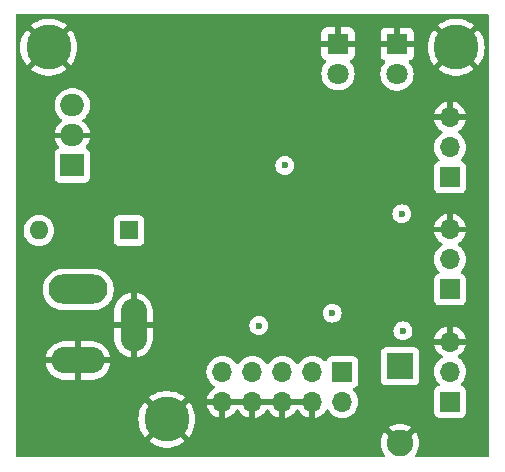
<source format=gbr>
%TF.GenerationSoftware,KiCad,Pcbnew,8.0.6*%
%TF.CreationDate,2024-11-05T10:52:09-07:00*%
%TF.ProjectId,ProjectPCB,50726f6a-6563-4745-9043-422e6b696361,rev?*%
%TF.SameCoordinates,Original*%
%TF.FileFunction,Copper,L2,Inr*%
%TF.FilePolarity,Positive*%
%FSLAX46Y46*%
G04 Gerber Fmt 4.6, Leading zero omitted, Abs format (unit mm)*
G04 Created by KiCad (PCBNEW 8.0.6) date 2024-11-05 10:52:09*
%MOMM*%
%LPD*%
G01*
G04 APERTURE LIST*
%TA.AperFunction,ComponentPad*%
%ADD10C,3.800000*%
%TD*%
%TA.AperFunction,ComponentPad*%
%ADD11O,5.000000X2.500000*%
%TD*%
%TA.AperFunction,ComponentPad*%
%ADD12O,4.500000X2.250000*%
%TD*%
%TA.AperFunction,ComponentPad*%
%ADD13O,2.250000X4.500000*%
%TD*%
%TA.AperFunction,ComponentPad*%
%ADD14R,1.700000X1.700000*%
%TD*%
%TA.AperFunction,ComponentPad*%
%ADD15O,1.700000X1.700000*%
%TD*%
%TA.AperFunction,ComponentPad*%
%ADD16R,2.250000X2.250000*%
%TD*%
%TA.AperFunction,ComponentPad*%
%ADD17C,2.250000*%
%TD*%
%TA.AperFunction,ComponentPad*%
%ADD18R,1.600000X1.600000*%
%TD*%
%TA.AperFunction,ComponentPad*%
%ADD19O,1.600000X1.600000*%
%TD*%
%TA.AperFunction,ComponentPad*%
%ADD20O,2.000000X1.905000*%
%TD*%
%TA.AperFunction,ComponentPad*%
%ADD21R,2.000000X1.905000*%
%TD*%
%TA.AperFunction,ComponentPad*%
%ADD22R,1.800000X1.800000*%
%TD*%
%TA.AperFunction,ComponentPad*%
%ADD23C,1.800000*%
%TD*%
%TA.AperFunction,ViaPad*%
%ADD24C,0.600000*%
%TD*%
G04 APERTURE END LIST*
D10*
%TO.N,GND*%
%TO.C,H3*%
X133500000Y-117000000D03*
%TD*%
%TO.N,GND*%
%TO.C,H2*%
X123500000Y-85500000D03*
%TD*%
%TO.N,GND*%
%TO.C,H1*%
X158000000Y-85500000D03*
%TD*%
D11*
%TO.N,Net-(SW2-A)*%
%TO.C,J5*%
X126000000Y-106000000D03*
D12*
%TO.N,GND*%
X126000000Y-112000000D03*
D13*
X130700000Y-109000000D03*
%TD*%
D14*
%TO.N,Net-(J3-Pin_1)*%
%TO.C,J3*%
X157500000Y-106000000D03*
D15*
%TO.N,Net-(J3-Pin_2)*%
X157500000Y-103460000D03*
%TO.N,GND*%
X157500000Y-100920000D03*
%TD*%
D16*
%TO.N,Net-(J1-Pin_5)*%
%TO.C,SW1*%
X153250000Y-112500000D03*
D17*
%TO.N,GND*%
X153250000Y-119000000D03*
%TD*%
D18*
%TO.N,Net-(SW2-A)*%
%TO.C,SW2*%
X130300000Y-101000000D03*
D19*
%TO.N,Net-(SW2-B)*%
X122680000Y-101000000D03*
%TD*%
D14*
%TO.N,Net-(J1-Pin_1)*%
%TO.C,J1*%
X148375000Y-112975000D03*
D15*
%TO.N,+5V*%
X148375000Y-115515000D03*
%TO.N,unconnected-(J1-Pin_3-Pad3)*%
X145835000Y-112975000D03*
%TO.N,GND*%
X145835000Y-115515000D03*
%TO.N,Net-(J1-Pin_5)*%
X143295000Y-112975000D03*
%TO.N,GND*%
X143295000Y-115515000D03*
%TO.N,Net-(J1-Pin_7)*%
X140755000Y-112975000D03*
%TO.N,GND*%
X140755000Y-115515000D03*
%TO.N,Net-(J1-Pin_9)*%
X138215000Y-112975000D03*
%TO.N,GND*%
X138215000Y-115515000D03*
%TD*%
D20*
%TO.N,+5V*%
%TO.C,U2*%
X125500000Y-90420000D03*
%TO.N,GND*%
X125500000Y-92960000D03*
D21*
%TO.N,Net-(SW2-B)*%
X125500000Y-95500000D03*
%TD*%
D14*
%TO.N,+5V*%
%TO.C,J2*%
X157500000Y-115500000D03*
D15*
%TO.N,Net-(J2-Pin_2)*%
X157500000Y-112960000D03*
%TO.N,GND*%
X157500000Y-110420000D03*
%TD*%
D22*
%TO.N,GND*%
%TO.C,D2*%
X153000000Y-85225000D03*
D23*
%TO.N,Net-(D2-A)*%
X153000000Y-87765000D03*
%TD*%
D22*
%TO.N,GND*%
%TO.C,D1*%
X148000000Y-85185000D03*
D23*
%TO.N,Net-(D1-A)*%
X148000000Y-87725000D03*
%TD*%
D14*
%TO.N,Net-(J4-Pin_1)*%
%TO.C,J4*%
X157500000Y-96500000D03*
D15*
%TO.N,+5V*%
X157500000Y-93960000D03*
%TO.N,GND*%
X157500000Y-91420000D03*
%TD*%
D24*
%TO.N,GND*%
X130450000Y-93000000D03*
X141500000Y-95500000D03*
X143600000Y-108950000D03*
%TO.N,+5V*%
X141300000Y-109050000D03*
X143500000Y-95500000D03*
X153400000Y-99600000D03*
X153500000Y-109500000D03*
%TO.N,Net-(J2-Pin_2)*%
X147500000Y-108000000D03*
%TD*%
%TA.AperFunction,Conductor*%
%TO.N,GND*%
G36*
X140289075Y-115322007D02*
G01*
X140255000Y-115449174D01*
X140255000Y-115580826D01*
X140289075Y-115707993D01*
X140321988Y-115765000D01*
X138648012Y-115765000D01*
X138680925Y-115707993D01*
X138715000Y-115580826D01*
X138715000Y-115449174D01*
X138680925Y-115322007D01*
X138648012Y-115265000D01*
X140321988Y-115265000D01*
X140289075Y-115322007D01*
G37*
%TD.AperFunction*%
%TA.AperFunction,Conductor*%
G36*
X142829075Y-115322007D02*
G01*
X142795000Y-115449174D01*
X142795000Y-115580826D01*
X142829075Y-115707993D01*
X142861988Y-115765000D01*
X141188012Y-115765000D01*
X141220925Y-115707993D01*
X141255000Y-115580826D01*
X141255000Y-115449174D01*
X141220925Y-115322007D01*
X141188012Y-115265000D01*
X142861988Y-115265000D01*
X142829075Y-115322007D01*
G37*
%TD.AperFunction*%
%TA.AperFunction,Conductor*%
G36*
X145369075Y-115322007D02*
G01*
X145335000Y-115449174D01*
X145335000Y-115580826D01*
X145369075Y-115707993D01*
X145401988Y-115765000D01*
X143728012Y-115765000D01*
X143760925Y-115707993D01*
X143795000Y-115580826D01*
X143795000Y-115449174D01*
X143760925Y-115322007D01*
X143728012Y-115265000D01*
X145401988Y-115265000D01*
X145369075Y-115322007D01*
G37*
%TD.AperFunction*%
%TA.AperFunction,Conductor*%
G36*
X160742539Y-82720185D02*
G01*
X160788294Y-82772989D01*
X160799500Y-82824500D01*
X160799500Y-120075500D01*
X160779815Y-120142539D01*
X160727011Y-120188294D01*
X160675500Y-120199500D01*
X154631524Y-120199500D01*
X154564485Y-120179815D01*
X154518730Y-120127011D01*
X154508786Y-120057853D01*
X154537233Y-119994969D01*
X154568720Y-119958101D01*
X154568721Y-119958100D01*
X154702363Y-119740015D01*
X154702365Y-119740012D01*
X154800247Y-119503702D01*
X154859957Y-119254989D01*
X154880024Y-119000000D01*
X154859957Y-118745010D01*
X154800247Y-118496297D01*
X154702365Y-118259987D01*
X154702363Y-118259984D01*
X154568719Y-118041897D01*
X154565465Y-118038087D01*
X153851041Y-118752510D01*
X153826022Y-118692110D01*
X153754888Y-118585649D01*
X153664351Y-118495112D01*
X153557890Y-118423978D01*
X153497488Y-118398958D01*
X154211912Y-117684533D01*
X154208107Y-117681284D01*
X154208098Y-117681277D01*
X153990015Y-117547636D01*
X153990012Y-117547634D01*
X153753702Y-117449752D01*
X153504988Y-117390042D01*
X153504989Y-117390042D01*
X153250000Y-117369975D01*
X152995010Y-117390042D01*
X152746297Y-117449752D01*
X152509987Y-117547634D01*
X152509984Y-117547636D01*
X152291893Y-117681282D01*
X152288086Y-117684532D01*
X153002512Y-118398958D01*
X152942110Y-118423978D01*
X152835649Y-118495112D01*
X152745112Y-118585649D01*
X152673978Y-118692110D01*
X152648958Y-118752512D01*
X151934532Y-118038086D01*
X151931282Y-118041893D01*
X151797636Y-118259984D01*
X151797634Y-118259987D01*
X151699752Y-118496297D01*
X151640042Y-118745010D01*
X151619975Y-119000000D01*
X151640042Y-119254989D01*
X151699752Y-119503702D01*
X151797634Y-119740012D01*
X151797636Y-119740015D01*
X151931278Y-119958100D01*
X151931279Y-119958101D01*
X151962767Y-119994969D01*
X151991337Y-120058730D01*
X151980899Y-120127816D01*
X151934768Y-120180292D01*
X151868476Y-120199500D01*
X120824500Y-120199500D01*
X120757461Y-120179815D01*
X120711706Y-120127011D01*
X120700500Y-120075500D01*
X120700500Y-116999994D01*
X131095255Y-116999994D01*
X131095255Y-117000005D01*
X131114215Y-117301383D01*
X131114216Y-117301390D01*
X131170805Y-117598040D01*
X131264125Y-117885247D01*
X131264127Y-117885252D01*
X131392704Y-118158491D01*
X131392707Y-118158497D01*
X131554516Y-118413469D01*
X131635311Y-118511133D01*
X132563708Y-117582736D01*
X132660967Y-117716602D01*
X132783398Y-117839033D01*
X132917262Y-117936290D01*
X131986564Y-118866987D01*
X131986565Y-118866989D01*
X132211461Y-119030385D01*
X132211479Y-119030397D01*
X132476109Y-119175878D01*
X132476117Y-119175882D01*
X132756889Y-119287047D01*
X132756892Y-119287048D01*
X133049399Y-119362150D01*
X133348995Y-119399999D01*
X133349007Y-119400000D01*
X133650993Y-119400000D01*
X133651004Y-119399999D01*
X133950600Y-119362150D01*
X134243107Y-119287048D01*
X134243110Y-119287047D01*
X134523882Y-119175882D01*
X134523890Y-119175878D01*
X134788520Y-119030397D01*
X134788530Y-119030390D01*
X135013433Y-118866987D01*
X135013434Y-118866987D01*
X134082737Y-117936290D01*
X134216602Y-117839033D01*
X134339033Y-117716602D01*
X134436290Y-117582737D01*
X135364687Y-118511134D01*
X135445486Y-118413464D01*
X135607292Y-118158497D01*
X135607295Y-118158491D01*
X135735872Y-117885252D01*
X135735874Y-117885247D01*
X135829194Y-117598040D01*
X135885783Y-117301390D01*
X135885784Y-117301383D01*
X135904745Y-117000005D01*
X135904745Y-116999994D01*
X135885784Y-116698616D01*
X135885783Y-116698609D01*
X135829194Y-116401959D01*
X135735874Y-116114752D01*
X135735872Y-116114747D01*
X135607295Y-115841508D01*
X135607292Y-115841502D01*
X135445483Y-115586530D01*
X135364686Y-115488864D01*
X134436289Y-116417261D01*
X134339033Y-116283398D01*
X134216602Y-116160967D01*
X134082736Y-116063709D01*
X135013434Y-115133011D01*
X135013433Y-115133009D01*
X134788538Y-114969614D01*
X134788520Y-114969602D01*
X134523890Y-114824121D01*
X134523882Y-114824117D01*
X134243110Y-114712952D01*
X134243107Y-114712951D01*
X133950600Y-114637849D01*
X133651004Y-114600000D01*
X133348995Y-114600000D01*
X133049399Y-114637849D01*
X132756892Y-114712951D01*
X132756889Y-114712952D01*
X132476117Y-114824117D01*
X132476109Y-114824121D01*
X132211476Y-114969604D01*
X132211471Y-114969607D01*
X131986565Y-115133010D01*
X131986564Y-115133011D01*
X132917262Y-116063709D01*
X132783398Y-116160967D01*
X132660967Y-116283398D01*
X132563709Y-116417262D01*
X131635311Y-115488864D01*
X131554520Y-115586525D01*
X131554518Y-115586528D01*
X131392707Y-115841502D01*
X131392704Y-115841508D01*
X131264127Y-116114747D01*
X131264125Y-116114752D01*
X131170805Y-116401959D01*
X131114216Y-116698609D01*
X131114215Y-116698616D01*
X131095255Y-116999994D01*
X120700500Y-116999994D01*
X120700500Y-111750000D01*
X123269340Y-111750000D01*
X124566988Y-111750000D01*
X124534075Y-111807007D01*
X124500000Y-111934174D01*
X124500000Y-112065826D01*
X124534075Y-112192993D01*
X124566988Y-112250000D01*
X123269340Y-112250000D01*
X123290013Y-112380523D01*
X123369051Y-112623781D01*
X123369052Y-112623784D01*
X123485175Y-112851686D01*
X123635521Y-113058619D01*
X123816380Y-113239478D01*
X124023313Y-113389824D01*
X124251215Y-113505947D01*
X124251218Y-113505948D01*
X124494476Y-113584986D01*
X124747111Y-113625000D01*
X125750000Y-113625000D01*
X125750000Y-112500000D01*
X126250000Y-112500000D01*
X126250000Y-113625000D01*
X127252889Y-113625000D01*
X127505523Y-113584986D01*
X127748781Y-113505948D01*
X127748784Y-113505947D01*
X127976686Y-113389824D01*
X128183619Y-113239478D01*
X128364478Y-113058619D01*
X128425232Y-112974999D01*
X136859341Y-112974999D01*
X136859341Y-112975000D01*
X136879936Y-113210403D01*
X136879938Y-113210413D01*
X136941094Y-113438655D01*
X136941096Y-113438659D01*
X136941097Y-113438663D01*
X136972473Y-113505948D01*
X137040965Y-113652830D01*
X137040967Y-113652834D01*
X137149281Y-113807521D01*
X137176501Y-113846396D01*
X137176506Y-113846402D01*
X137343597Y-114013493D01*
X137343603Y-114013498D01*
X137420480Y-114067328D01*
X137444777Y-114084341D01*
X137529594Y-114143730D01*
X137573219Y-114198307D01*
X137580413Y-114267805D01*
X137548890Y-114330160D01*
X137529595Y-114346880D01*
X137343922Y-114476890D01*
X137343920Y-114476891D01*
X137176891Y-114643920D01*
X137176886Y-114643926D01*
X137041400Y-114837420D01*
X137041399Y-114837422D01*
X136941570Y-115051507D01*
X136941567Y-115051513D01*
X136884364Y-115264999D01*
X136884364Y-115265000D01*
X137781988Y-115265000D01*
X137749075Y-115322007D01*
X137715000Y-115449174D01*
X137715000Y-115580826D01*
X137749075Y-115707993D01*
X137781988Y-115765000D01*
X136884364Y-115765000D01*
X136941567Y-115978486D01*
X136941570Y-115978492D01*
X137041399Y-116192578D01*
X137176894Y-116386082D01*
X137343917Y-116553105D01*
X137537421Y-116688600D01*
X137751507Y-116788429D01*
X137751516Y-116788433D01*
X137965000Y-116845634D01*
X137965000Y-115948012D01*
X138022007Y-115980925D01*
X138149174Y-116015000D01*
X138280826Y-116015000D01*
X138407993Y-115980925D01*
X138465000Y-115948012D01*
X138465000Y-116845633D01*
X138678483Y-116788433D01*
X138678492Y-116788429D01*
X138892578Y-116688600D01*
X139086082Y-116553105D01*
X139253105Y-116386082D01*
X139383425Y-116199968D01*
X139438002Y-116156344D01*
X139507501Y-116149151D01*
X139569855Y-116180673D01*
X139586575Y-116199968D01*
X139716894Y-116386082D01*
X139883917Y-116553105D01*
X140077421Y-116688600D01*
X140291507Y-116788429D01*
X140291516Y-116788433D01*
X140505000Y-116845634D01*
X140505000Y-115948012D01*
X140562007Y-115980925D01*
X140689174Y-116015000D01*
X140820826Y-116015000D01*
X140947993Y-115980925D01*
X141005000Y-115948012D01*
X141005000Y-116845633D01*
X141218483Y-116788433D01*
X141218492Y-116788429D01*
X141432578Y-116688600D01*
X141626082Y-116553105D01*
X141793105Y-116386082D01*
X141923425Y-116199968D01*
X141978002Y-116156344D01*
X142047501Y-116149151D01*
X142109855Y-116180673D01*
X142126575Y-116199968D01*
X142256894Y-116386082D01*
X142423917Y-116553105D01*
X142617421Y-116688600D01*
X142831507Y-116788429D01*
X142831516Y-116788433D01*
X143045000Y-116845634D01*
X143045000Y-115948012D01*
X143102007Y-115980925D01*
X143229174Y-116015000D01*
X143360826Y-116015000D01*
X143487993Y-115980925D01*
X143545000Y-115948012D01*
X143545000Y-116845633D01*
X143758483Y-116788433D01*
X143758492Y-116788429D01*
X143972578Y-116688600D01*
X144166082Y-116553105D01*
X144333105Y-116386082D01*
X144463425Y-116199968D01*
X144518002Y-116156344D01*
X144587501Y-116149151D01*
X144649855Y-116180673D01*
X144666575Y-116199968D01*
X144796894Y-116386082D01*
X144963917Y-116553105D01*
X145157421Y-116688600D01*
X145371507Y-116788429D01*
X145371516Y-116788433D01*
X145585000Y-116845634D01*
X145585000Y-115948012D01*
X145642007Y-115980925D01*
X145769174Y-116015000D01*
X145900826Y-116015000D01*
X146027993Y-115980925D01*
X146085000Y-115948012D01*
X146085000Y-116845633D01*
X146298483Y-116788433D01*
X146298492Y-116788429D01*
X146512578Y-116688600D01*
X146706082Y-116553105D01*
X146873105Y-116386082D01*
X147003119Y-116200405D01*
X147057696Y-116156781D01*
X147127195Y-116149588D01*
X147189549Y-116181110D01*
X147206269Y-116200405D01*
X147336505Y-116386401D01*
X147503599Y-116553495D01*
X147600384Y-116621265D01*
X147697165Y-116689032D01*
X147697167Y-116689033D01*
X147697170Y-116689035D01*
X147911337Y-116788903D01*
X148139592Y-116850063D01*
X148327918Y-116866539D01*
X148374999Y-116870659D01*
X148375000Y-116870659D01*
X148375001Y-116870659D01*
X148414234Y-116867226D01*
X148610408Y-116850063D01*
X148838663Y-116788903D01*
X149052830Y-116689035D01*
X149246401Y-116553495D01*
X149413495Y-116386401D01*
X149549035Y-116192830D01*
X149648903Y-115978663D01*
X149710063Y-115750408D01*
X149730659Y-115515000D01*
X149710063Y-115279592D01*
X149648903Y-115051337D01*
X149549035Y-114837171D01*
X149543730Y-114829595D01*
X149413496Y-114643600D01*
X149369896Y-114600000D01*
X149291567Y-114521671D01*
X149258084Y-114460351D01*
X149263068Y-114390659D01*
X149304939Y-114334725D01*
X149335915Y-114317810D01*
X149467331Y-114268796D01*
X149582546Y-114182546D01*
X149668796Y-114067331D01*
X149719091Y-113932483D01*
X149725500Y-113872873D01*
X149725499Y-112077128D01*
X149719091Y-112017517D01*
X149717810Y-112014083D01*
X149668797Y-111882671D01*
X149668793Y-111882664D01*
X149582547Y-111767455D01*
X149582544Y-111767452D01*
X149467335Y-111681206D01*
X149467328Y-111681202D01*
X149332482Y-111630908D01*
X149332483Y-111630908D01*
X149272883Y-111624501D01*
X149272881Y-111624500D01*
X149272873Y-111624500D01*
X149272864Y-111624500D01*
X147477129Y-111624500D01*
X147477123Y-111624501D01*
X147417516Y-111630908D01*
X147282671Y-111681202D01*
X147282664Y-111681206D01*
X147167455Y-111767452D01*
X147167452Y-111767455D01*
X147081206Y-111882664D01*
X147081203Y-111882669D01*
X147032189Y-112014083D01*
X146990317Y-112070016D01*
X146924853Y-112094433D01*
X146856580Y-112079581D01*
X146828326Y-112058430D01*
X146706402Y-111936506D01*
X146706395Y-111936501D01*
X146512834Y-111800967D01*
X146512830Y-111800965D01*
X146456181Y-111774549D01*
X146298663Y-111701097D01*
X146298659Y-111701096D01*
X146298655Y-111701094D01*
X146070413Y-111639938D01*
X146070403Y-111639936D01*
X145835001Y-111619341D01*
X145834999Y-111619341D01*
X145599596Y-111639936D01*
X145599586Y-111639938D01*
X145371344Y-111701094D01*
X145371335Y-111701098D01*
X145157171Y-111800964D01*
X145157169Y-111800965D01*
X144963597Y-111936505D01*
X144796505Y-112103597D01*
X144666575Y-112289158D01*
X144611998Y-112332783D01*
X144542500Y-112339977D01*
X144480145Y-112308454D01*
X144463425Y-112289158D01*
X144333494Y-112103597D01*
X144166402Y-111936506D01*
X144166395Y-111936501D01*
X143972834Y-111800967D01*
X143972830Y-111800965D01*
X143916181Y-111774549D01*
X143758663Y-111701097D01*
X143758659Y-111701096D01*
X143758655Y-111701094D01*
X143530413Y-111639938D01*
X143530403Y-111639936D01*
X143295001Y-111619341D01*
X143294999Y-111619341D01*
X143059596Y-111639936D01*
X143059586Y-111639938D01*
X142831344Y-111701094D01*
X142831335Y-111701098D01*
X142617171Y-111800964D01*
X142617169Y-111800965D01*
X142423597Y-111936505D01*
X142256505Y-112103597D01*
X142126575Y-112289158D01*
X142071998Y-112332783D01*
X142002500Y-112339977D01*
X141940145Y-112308454D01*
X141923425Y-112289158D01*
X141793494Y-112103597D01*
X141626402Y-111936506D01*
X141626395Y-111936501D01*
X141432834Y-111800967D01*
X141432830Y-111800965D01*
X141376181Y-111774549D01*
X141218663Y-111701097D01*
X141218659Y-111701096D01*
X141218655Y-111701094D01*
X140990413Y-111639938D01*
X140990403Y-111639936D01*
X140755001Y-111619341D01*
X140754999Y-111619341D01*
X140519596Y-111639936D01*
X140519586Y-111639938D01*
X140291344Y-111701094D01*
X140291335Y-111701098D01*
X140077171Y-111800964D01*
X140077169Y-111800965D01*
X139883597Y-111936505D01*
X139716505Y-112103597D01*
X139586575Y-112289158D01*
X139531998Y-112332783D01*
X139462500Y-112339977D01*
X139400145Y-112308454D01*
X139383425Y-112289158D01*
X139253494Y-112103597D01*
X139086402Y-111936506D01*
X139086395Y-111936501D01*
X138892834Y-111800967D01*
X138892830Y-111800965D01*
X138836181Y-111774549D01*
X138678663Y-111701097D01*
X138678659Y-111701096D01*
X138678655Y-111701094D01*
X138450413Y-111639938D01*
X138450403Y-111639936D01*
X138215001Y-111619341D01*
X138214999Y-111619341D01*
X137979596Y-111639936D01*
X137979586Y-111639938D01*
X137751344Y-111701094D01*
X137751335Y-111701098D01*
X137537171Y-111800964D01*
X137537169Y-111800965D01*
X137343597Y-111936505D01*
X137176505Y-112103597D01*
X137040965Y-112297169D01*
X137040964Y-112297171D01*
X136941098Y-112511335D01*
X136941094Y-112511344D01*
X136879938Y-112739586D01*
X136879936Y-112739596D01*
X136859341Y-112974999D01*
X128425232Y-112974999D01*
X128514824Y-112851686D01*
X128630947Y-112623784D01*
X128630948Y-112623781D01*
X128709986Y-112380523D01*
X128730660Y-112250000D01*
X127433012Y-112250000D01*
X127465925Y-112192993D01*
X127500000Y-112065826D01*
X127500000Y-111934174D01*
X127465925Y-111807007D01*
X127433012Y-111750000D01*
X128730660Y-111750000D01*
X128709986Y-111619476D01*
X128630948Y-111376218D01*
X128630947Y-111376215D01*
X128514824Y-111148313D01*
X128364478Y-110941380D01*
X128183619Y-110760521D01*
X127976686Y-110610175D01*
X127748784Y-110494052D01*
X127748781Y-110494051D01*
X127505523Y-110415013D01*
X127252889Y-110375000D01*
X126250000Y-110375000D01*
X126250000Y-111500000D01*
X125750000Y-111500000D01*
X125750000Y-110375000D01*
X124747111Y-110375000D01*
X124494476Y-110415013D01*
X124251218Y-110494051D01*
X124251215Y-110494052D01*
X124023313Y-110610175D01*
X123816380Y-110760521D01*
X123635521Y-110941380D01*
X123485175Y-111148313D01*
X123369052Y-111376215D01*
X123369051Y-111376218D01*
X123290013Y-111619476D01*
X123269340Y-111750000D01*
X120700500Y-111750000D01*
X120700500Y-105885258D01*
X122999500Y-105885258D01*
X122999500Y-106114741D01*
X123019854Y-106269339D01*
X123029452Y-106342238D01*
X123088842Y-106563887D01*
X123176650Y-106775876D01*
X123176657Y-106775890D01*
X123291392Y-106974617D01*
X123431081Y-107156661D01*
X123431089Y-107156670D01*
X123593330Y-107318911D01*
X123593338Y-107318918D01*
X123775382Y-107458607D01*
X123775385Y-107458608D01*
X123775388Y-107458611D01*
X123974112Y-107573344D01*
X123974117Y-107573346D01*
X123974123Y-107573349D01*
X124038226Y-107599901D01*
X124186113Y-107661158D01*
X124407762Y-107720548D01*
X124635266Y-107750500D01*
X124635273Y-107750500D01*
X127364727Y-107750500D01*
X127364734Y-107750500D01*
X127390483Y-107747110D01*
X129075000Y-107747110D01*
X129075000Y-108750000D01*
X130200000Y-108750000D01*
X130200000Y-109250000D01*
X129075000Y-109250000D01*
X129075000Y-110252889D01*
X129115013Y-110505523D01*
X129194051Y-110748781D01*
X129194052Y-110748784D01*
X129310175Y-110976686D01*
X129460521Y-111183619D01*
X129641380Y-111364478D01*
X129848313Y-111514824D01*
X130076215Y-111630947D01*
X130076218Y-111630948D01*
X130319475Y-111709986D01*
X130450000Y-111730659D01*
X130450000Y-110433012D01*
X130507007Y-110465925D01*
X130634174Y-110500000D01*
X130765826Y-110500000D01*
X130892993Y-110465925D01*
X130950000Y-110433012D01*
X130950000Y-111730658D01*
X131080522Y-111709986D01*
X131080525Y-111709986D01*
X131323781Y-111630948D01*
X131323784Y-111630947D01*
X131551686Y-111514824D01*
X131758619Y-111364478D01*
X131795962Y-111327135D01*
X151624500Y-111327135D01*
X151624500Y-113672870D01*
X151624501Y-113672876D01*
X151630908Y-113732483D01*
X151681202Y-113867328D01*
X151681206Y-113867335D01*
X151767452Y-113982544D01*
X151767455Y-113982547D01*
X151882664Y-114068793D01*
X151882671Y-114068797D01*
X152017517Y-114119091D01*
X152017516Y-114119091D01*
X152024444Y-114119835D01*
X152077127Y-114125500D01*
X154422872Y-114125499D01*
X154482483Y-114119091D01*
X154617331Y-114068796D01*
X154732546Y-113982546D01*
X154818796Y-113867331D01*
X154869091Y-113732483D01*
X154875500Y-113672873D01*
X154875500Y-112959999D01*
X156144341Y-112959999D01*
X156144341Y-112960000D01*
X156164936Y-113195403D01*
X156164938Y-113195413D01*
X156226094Y-113423655D01*
X156226096Y-113423659D01*
X156226097Y-113423663D01*
X156301323Y-113584986D01*
X156325965Y-113637830D01*
X156325967Y-113637834D01*
X156434281Y-113792521D01*
X156461501Y-113831396D01*
X156461506Y-113831402D01*
X156583430Y-113953326D01*
X156616915Y-114014649D01*
X156611931Y-114084341D01*
X156570059Y-114140274D01*
X156539083Y-114157189D01*
X156407669Y-114206203D01*
X156407664Y-114206206D01*
X156292455Y-114292452D01*
X156292452Y-114292455D01*
X156206206Y-114407664D01*
X156206202Y-114407671D01*
X156155908Y-114542517D01*
X156149501Y-114602116D01*
X156149501Y-114602123D01*
X156149500Y-114602135D01*
X156149500Y-116397870D01*
X156149501Y-116397876D01*
X156155908Y-116457483D01*
X156206202Y-116592328D01*
X156206206Y-116592335D01*
X156292452Y-116707544D01*
X156292455Y-116707547D01*
X156407664Y-116793793D01*
X156407671Y-116793797D01*
X156542517Y-116844091D01*
X156542516Y-116844091D01*
X156549444Y-116844835D01*
X156602127Y-116850500D01*
X158397872Y-116850499D01*
X158457483Y-116844091D01*
X158592331Y-116793796D01*
X158707546Y-116707546D01*
X158793796Y-116592331D01*
X158844091Y-116457483D01*
X158850500Y-116397873D01*
X158850499Y-114602128D01*
X158844091Y-114542517D01*
X158825778Y-114493418D01*
X158793797Y-114407671D01*
X158793793Y-114407664D01*
X158707547Y-114292455D01*
X158707544Y-114292452D01*
X158592335Y-114206206D01*
X158592328Y-114206202D01*
X158460917Y-114157189D01*
X158404983Y-114115318D01*
X158380566Y-114049853D01*
X158395418Y-113981580D01*
X158416563Y-113953332D01*
X158538495Y-113831401D01*
X158674035Y-113637830D01*
X158773903Y-113423663D01*
X158835063Y-113195408D01*
X158855659Y-112960000D01*
X158835063Y-112724592D01*
X158777922Y-112511335D01*
X158773905Y-112496344D01*
X158773904Y-112496343D01*
X158773903Y-112496337D01*
X158674035Y-112282171D01*
X158611593Y-112192993D01*
X158538494Y-112088597D01*
X158371402Y-111921506D01*
X158371401Y-111921505D01*
X158185405Y-111791269D01*
X158141781Y-111736692D01*
X158134588Y-111667193D01*
X158166110Y-111604839D01*
X158185405Y-111588119D01*
X158371082Y-111458105D01*
X158538105Y-111291082D01*
X158673600Y-111097578D01*
X158773429Y-110883492D01*
X158773432Y-110883486D01*
X158830636Y-110670000D01*
X157933012Y-110670000D01*
X157965925Y-110612993D01*
X158000000Y-110485826D01*
X158000000Y-110354174D01*
X157965925Y-110227007D01*
X157933012Y-110170000D01*
X158830636Y-110170000D01*
X158830635Y-110169999D01*
X158773432Y-109956513D01*
X158773429Y-109956507D01*
X158673600Y-109742422D01*
X158673599Y-109742420D01*
X158538113Y-109548926D01*
X158538108Y-109548920D01*
X158371082Y-109381894D01*
X158177578Y-109246399D01*
X157963492Y-109146570D01*
X157963486Y-109146567D01*
X157750000Y-109089364D01*
X157750000Y-109986988D01*
X157692993Y-109954075D01*
X157565826Y-109920000D01*
X157434174Y-109920000D01*
X157307007Y-109954075D01*
X157250000Y-109986988D01*
X157250000Y-109089364D01*
X157249999Y-109089364D01*
X157036513Y-109146567D01*
X157036507Y-109146570D01*
X156822422Y-109246399D01*
X156822420Y-109246400D01*
X156628926Y-109381886D01*
X156628920Y-109381891D01*
X156461891Y-109548920D01*
X156461886Y-109548926D01*
X156326400Y-109742420D01*
X156326399Y-109742422D01*
X156226570Y-109956507D01*
X156226567Y-109956513D01*
X156169364Y-110169999D01*
X156169364Y-110170000D01*
X157066988Y-110170000D01*
X157034075Y-110227007D01*
X157000000Y-110354174D01*
X157000000Y-110485826D01*
X157034075Y-110612993D01*
X157066988Y-110670000D01*
X156169364Y-110670000D01*
X156226567Y-110883486D01*
X156226570Y-110883492D01*
X156326399Y-111097578D01*
X156461894Y-111291082D01*
X156628917Y-111458105D01*
X156814595Y-111588119D01*
X156858219Y-111642696D01*
X156865412Y-111712195D01*
X156833890Y-111774549D01*
X156814595Y-111791269D01*
X156628594Y-111921508D01*
X156461505Y-112088597D01*
X156325965Y-112282169D01*
X156325964Y-112282171D01*
X156226098Y-112496335D01*
X156226094Y-112496344D01*
X156164938Y-112724586D01*
X156164936Y-112724596D01*
X156144341Y-112959999D01*
X154875500Y-112959999D01*
X154875499Y-111327128D01*
X154869091Y-111267517D01*
X154818796Y-111132669D01*
X154818795Y-111132668D01*
X154818793Y-111132664D01*
X154732547Y-111017455D01*
X154732544Y-111017452D01*
X154617335Y-110931206D01*
X154617328Y-110931202D01*
X154482482Y-110880908D01*
X154482483Y-110880908D01*
X154422883Y-110874501D01*
X154422881Y-110874500D01*
X154422873Y-110874500D01*
X154422864Y-110874500D01*
X152077129Y-110874500D01*
X152077123Y-110874501D01*
X152017516Y-110880908D01*
X151882671Y-110931202D01*
X151882664Y-110931206D01*
X151767455Y-111017452D01*
X151767452Y-111017455D01*
X151681206Y-111132664D01*
X151681202Y-111132671D01*
X151630908Y-111267517D01*
X151628375Y-111291082D01*
X151624501Y-111327123D01*
X151624500Y-111327135D01*
X131795962Y-111327135D01*
X131939478Y-111183619D01*
X132089824Y-110976686D01*
X132205947Y-110748784D01*
X132205948Y-110748781D01*
X132284986Y-110505523D01*
X132325000Y-110252889D01*
X132325000Y-109250000D01*
X131200000Y-109250000D01*
X131200000Y-109049996D01*
X140494435Y-109049996D01*
X140494435Y-109050003D01*
X140514630Y-109229249D01*
X140514631Y-109229254D01*
X140574211Y-109399523D01*
X140637347Y-109500003D01*
X140670184Y-109552262D01*
X140797738Y-109679816D01*
X140950478Y-109775789D01*
X141120745Y-109835368D01*
X141120750Y-109835369D01*
X141299996Y-109855565D01*
X141300000Y-109855565D01*
X141300004Y-109855565D01*
X141479249Y-109835369D01*
X141479252Y-109835368D01*
X141479255Y-109835368D01*
X141649522Y-109775789D01*
X141802262Y-109679816D01*
X141929816Y-109552262D01*
X141962657Y-109499996D01*
X152694435Y-109499996D01*
X152694435Y-109500003D01*
X152714630Y-109679249D01*
X152714631Y-109679254D01*
X152774211Y-109849523D01*
X152818495Y-109920000D01*
X152870184Y-110002262D01*
X152997738Y-110129816D01*
X153088080Y-110186582D01*
X153098283Y-110192993D01*
X153150478Y-110225789D01*
X153320745Y-110285368D01*
X153320750Y-110285369D01*
X153499996Y-110305565D01*
X153500000Y-110305565D01*
X153500004Y-110305565D01*
X153679249Y-110285369D01*
X153679252Y-110285368D01*
X153679255Y-110285368D01*
X153849522Y-110225789D01*
X154002262Y-110129816D01*
X154129816Y-110002262D01*
X154225789Y-109849522D01*
X154285368Y-109679255D01*
X154299677Y-109552262D01*
X154305565Y-109500003D01*
X154305565Y-109499996D01*
X154285369Y-109320750D01*
X154285368Y-109320745D01*
X154260613Y-109250000D01*
X154225789Y-109150478D01*
X154223333Y-109146570D01*
X154129815Y-108997737D01*
X154002262Y-108870184D01*
X153849523Y-108774211D01*
X153679254Y-108714631D01*
X153679249Y-108714630D01*
X153500004Y-108694435D01*
X153499996Y-108694435D01*
X153320750Y-108714630D01*
X153320745Y-108714631D01*
X153150476Y-108774211D01*
X152997737Y-108870184D01*
X152870184Y-108997737D01*
X152774211Y-109150476D01*
X152714631Y-109320745D01*
X152714630Y-109320750D01*
X152694435Y-109499996D01*
X141962657Y-109499996D01*
X142025789Y-109399522D01*
X142085368Y-109229255D01*
X142094244Y-109150478D01*
X142105565Y-109050003D01*
X142105565Y-109049996D01*
X142085369Y-108870750D01*
X142085368Y-108870745D01*
X142085172Y-108870184D01*
X142025789Y-108700478D01*
X141929816Y-108547738D01*
X141802262Y-108420184D01*
X141649523Y-108324211D01*
X141479254Y-108264631D01*
X141479249Y-108264630D01*
X141300004Y-108244435D01*
X141299996Y-108244435D01*
X141120750Y-108264630D01*
X141120745Y-108264631D01*
X140950476Y-108324211D01*
X140797737Y-108420184D01*
X140670184Y-108547737D01*
X140574211Y-108700476D01*
X140514631Y-108870745D01*
X140514630Y-108870750D01*
X140494435Y-109049996D01*
X131200000Y-109049996D01*
X131200000Y-108750000D01*
X132325000Y-108750000D01*
X132325000Y-107999996D01*
X146694435Y-107999996D01*
X146694435Y-108000003D01*
X146714630Y-108179249D01*
X146714631Y-108179254D01*
X146774211Y-108349523D01*
X146818611Y-108420184D01*
X146870184Y-108502262D01*
X146997738Y-108629816D01*
X147088080Y-108686582D01*
X147132721Y-108714632D01*
X147150478Y-108725789D01*
X147288860Y-108774211D01*
X147320745Y-108785368D01*
X147320750Y-108785369D01*
X147499996Y-108805565D01*
X147500000Y-108805565D01*
X147500004Y-108805565D01*
X147679249Y-108785369D01*
X147679252Y-108785368D01*
X147679255Y-108785368D01*
X147849522Y-108725789D01*
X148002262Y-108629816D01*
X148129816Y-108502262D01*
X148225789Y-108349522D01*
X148285368Y-108179255D01*
X148305565Y-108000000D01*
X148298148Y-107934174D01*
X148285369Y-107820750D01*
X148285368Y-107820745D01*
X148259602Y-107747110D01*
X148225789Y-107650478D01*
X148129816Y-107497738D01*
X148002262Y-107370184D01*
X147970932Y-107350498D01*
X147849523Y-107274211D01*
X147679254Y-107214631D01*
X147679249Y-107214630D01*
X147500004Y-107194435D01*
X147499996Y-107194435D01*
X147320750Y-107214630D01*
X147320745Y-107214631D01*
X147150476Y-107274211D01*
X146997737Y-107370184D01*
X146870184Y-107497737D01*
X146774211Y-107650476D01*
X146714631Y-107820745D01*
X146714630Y-107820750D01*
X146694435Y-107999996D01*
X132325000Y-107999996D01*
X132325000Y-107747110D01*
X132284986Y-107494476D01*
X132205948Y-107251218D01*
X132205947Y-107251215D01*
X132089824Y-107023313D01*
X131939478Y-106816380D01*
X131758619Y-106635521D01*
X131551686Y-106485175D01*
X131323784Y-106369052D01*
X131323781Y-106369051D01*
X131080523Y-106290013D01*
X130950000Y-106269339D01*
X130950000Y-107566988D01*
X130892993Y-107534075D01*
X130765826Y-107500000D01*
X130634174Y-107500000D01*
X130507007Y-107534075D01*
X130450000Y-107566988D01*
X130450000Y-106269339D01*
X130319476Y-106290013D01*
X130076218Y-106369051D01*
X130076215Y-106369052D01*
X129848313Y-106485175D01*
X129641380Y-106635521D01*
X129460521Y-106816380D01*
X129310175Y-107023313D01*
X129194052Y-107251215D01*
X129194051Y-107251218D01*
X129115013Y-107494476D01*
X129075000Y-107747110D01*
X127390483Y-107747110D01*
X127592238Y-107720548D01*
X127813887Y-107661158D01*
X128025888Y-107573344D01*
X128224612Y-107458611D01*
X128406661Y-107318919D01*
X128406665Y-107318914D01*
X128406670Y-107318911D01*
X128568911Y-107156670D01*
X128568914Y-107156665D01*
X128568919Y-107156661D01*
X128708611Y-106974612D01*
X128823344Y-106775888D01*
X128911158Y-106563887D01*
X128970548Y-106342238D01*
X129000500Y-106114734D01*
X129000500Y-105885266D01*
X128970548Y-105657762D01*
X128911158Y-105436113D01*
X128823344Y-105224112D01*
X128708611Y-105025388D01*
X128708608Y-105025385D01*
X128708607Y-105025382D01*
X128568918Y-104843338D01*
X128568911Y-104843330D01*
X128406670Y-104681089D01*
X128406661Y-104681081D01*
X128224617Y-104541392D01*
X128025890Y-104426657D01*
X128025876Y-104426650D01*
X127813887Y-104338842D01*
X127786094Y-104331395D01*
X127592238Y-104279452D01*
X127554215Y-104274446D01*
X127364741Y-104249500D01*
X127364734Y-104249500D01*
X124635266Y-104249500D01*
X124635258Y-104249500D01*
X124418715Y-104278009D01*
X124407762Y-104279452D01*
X124314076Y-104304554D01*
X124186112Y-104338842D01*
X123974123Y-104426650D01*
X123974109Y-104426657D01*
X123775382Y-104541392D01*
X123593338Y-104681081D01*
X123431081Y-104843338D01*
X123291392Y-105025382D01*
X123176657Y-105224109D01*
X123176650Y-105224123D01*
X123088842Y-105436112D01*
X123029453Y-105657759D01*
X123029451Y-105657770D01*
X122999500Y-105885258D01*
X120700500Y-105885258D01*
X120700500Y-103459999D01*
X156144341Y-103459999D01*
X156144341Y-103460000D01*
X156164936Y-103695403D01*
X156164938Y-103695413D01*
X156226094Y-103923655D01*
X156226096Y-103923659D01*
X156226097Y-103923663D01*
X156325965Y-104137830D01*
X156325967Y-104137834D01*
X156404157Y-104249500D01*
X156461501Y-104331396D01*
X156461506Y-104331402D01*
X156583430Y-104453326D01*
X156616915Y-104514649D01*
X156611931Y-104584341D01*
X156570059Y-104640274D01*
X156539083Y-104657189D01*
X156407669Y-104706203D01*
X156407664Y-104706206D01*
X156292455Y-104792452D01*
X156292452Y-104792455D01*
X156206206Y-104907664D01*
X156206202Y-104907671D01*
X156155908Y-105042517D01*
X156149501Y-105102116D01*
X156149501Y-105102123D01*
X156149500Y-105102135D01*
X156149500Y-106897870D01*
X156149501Y-106897876D01*
X156155908Y-106957483D01*
X156206202Y-107092328D01*
X156206206Y-107092335D01*
X156292452Y-107207544D01*
X156292455Y-107207547D01*
X156407664Y-107293793D01*
X156407671Y-107293797D01*
X156542517Y-107344091D01*
X156542516Y-107344091D01*
X156549444Y-107344835D01*
X156602127Y-107350500D01*
X158397872Y-107350499D01*
X158457483Y-107344091D01*
X158592331Y-107293796D01*
X158707546Y-107207546D01*
X158793796Y-107092331D01*
X158844091Y-106957483D01*
X158850500Y-106897873D01*
X158850499Y-105102128D01*
X158844091Y-105042517D01*
X158837702Y-105025388D01*
X158793797Y-104907671D01*
X158793793Y-104907664D01*
X158707547Y-104792455D01*
X158707544Y-104792452D01*
X158592335Y-104706206D01*
X158592328Y-104706202D01*
X158460917Y-104657189D01*
X158404983Y-104615318D01*
X158380566Y-104549853D01*
X158395418Y-104481580D01*
X158416563Y-104453332D01*
X158538495Y-104331401D01*
X158674035Y-104137830D01*
X158773903Y-103923663D01*
X158835063Y-103695408D01*
X158855659Y-103460000D01*
X158835063Y-103224592D01*
X158773903Y-102996337D01*
X158674035Y-102782171D01*
X158538495Y-102588599D01*
X158538494Y-102588597D01*
X158371402Y-102421506D01*
X158371401Y-102421505D01*
X158185405Y-102291269D01*
X158141781Y-102236692D01*
X158134588Y-102167193D01*
X158166110Y-102104839D01*
X158185405Y-102088119D01*
X158371082Y-101958105D01*
X158538105Y-101791082D01*
X158673600Y-101597578D01*
X158773429Y-101383492D01*
X158773432Y-101383486D01*
X158830636Y-101170000D01*
X157933012Y-101170000D01*
X157965925Y-101112993D01*
X158000000Y-100985826D01*
X158000000Y-100854174D01*
X157965925Y-100727007D01*
X157933012Y-100670000D01*
X158830636Y-100670000D01*
X158830635Y-100669999D01*
X158773432Y-100456513D01*
X158773429Y-100456507D01*
X158673600Y-100242422D01*
X158673599Y-100242420D01*
X158538113Y-100048926D01*
X158538108Y-100048920D01*
X158371082Y-99881894D01*
X158177578Y-99746399D01*
X157963492Y-99646570D01*
X157963486Y-99646567D01*
X157750000Y-99589364D01*
X157750000Y-100486988D01*
X157692993Y-100454075D01*
X157565826Y-100420000D01*
X157434174Y-100420000D01*
X157307007Y-100454075D01*
X157250000Y-100486988D01*
X157250000Y-99589364D01*
X157249999Y-99589364D01*
X157036513Y-99646567D01*
X157036507Y-99646570D01*
X156822422Y-99746399D01*
X156822420Y-99746400D01*
X156628926Y-99881886D01*
X156628920Y-99881891D01*
X156461891Y-100048920D01*
X156461886Y-100048926D01*
X156326400Y-100242420D01*
X156326399Y-100242422D01*
X156226570Y-100456507D01*
X156226567Y-100456513D01*
X156169364Y-100669999D01*
X156169364Y-100670000D01*
X157066988Y-100670000D01*
X157034075Y-100727007D01*
X157000000Y-100854174D01*
X157000000Y-100985826D01*
X157034075Y-101112993D01*
X157066988Y-101170000D01*
X156169364Y-101170000D01*
X156226567Y-101383486D01*
X156226570Y-101383492D01*
X156326399Y-101597578D01*
X156461894Y-101791082D01*
X156628917Y-101958105D01*
X156814595Y-102088119D01*
X156858219Y-102142696D01*
X156865412Y-102212195D01*
X156833890Y-102274549D01*
X156814595Y-102291269D01*
X156628594Y-102421508D01*
X156461505Y-102588597D01*
X156325965Y-102782169D01*
X156325964Y-102782171D01*
X156226098Y-102996335D01*
X156226094Y-102996344D01*
X156164938Y-103224586D01*
X156164936Y-103224596D01*
X156144341Y-103459999D01*
X120700500Y-103459999D01*
X120700500Y-100999998D01*
X121374532Y-100999998D01*
X121374532Y-101000001D01*
X121394364Y-101226686D01*
X121394366Y-101226697D01*
X121453258Y-101446488D01*
X121453261Y-101446497D01*
X121549431Y-101652732D01*
X121549432Y-101652734D01*
X121679954Y-101839141D01*
X121840858Y-102000045D01*
X121840861Y-102000047D01*
X122027266Y-102130568D01*
X122233504Y-102226739D01*
X122453308Y-102285635D01*
X122615230Y-102299801D01*
X122679998Y-102305468D01*
X122680000Y-102305468D01*
X122680002Y-102305468D01*
X122736807Y-102300498D01*
X122906692Y-102285635D01*
X123126496Y-102226739D01*
X123332734Y-102130568D01*
X123519139Y-102000047D01*
X123680047Y-101839139D01*
X123810568Y-101652734D01*
X123906739Y-101446496D01*
X123965635Y-101226692D01*
X123985468Y-101000000D01*
X123965635Y-100773308D01*
X123906739Y-100553504D01*
X123810568Y-100347266D01*
X123680047Y-100160861D01*
X123680045Y-100160858D01*
X123671322Y-100152135D01*
X128999500Y-100152135D01*
X128999500Y-101847870D01*
X128999501Y-101847876D01*
X129005908Y-101907483D01*
X129056202Y-102042328D01*
X129056206Y-102042335D01*
X129142452Y-102157544D01*
X129142455Y-102157547D01*
X129257664Y-102243793D01*
X129257671Y-102243797D01*
X129392517Y-102294091D01*
X129392516Y-102294091D01*
X129399444Y-102294835D01*
X129452127Y-102300500D01*
X131147872Y-102300499D01*
X131207483Y-102294091D01*
X131342331Y-102243796D01*
X131457546Y-102157546D01*
X131543796Y-102042331D01*
X131594091Y-101907483D01*
X131600500Y-101847873D01*
X131600499Y-100152128D01*
X131594091Y-100092517D01*
X131577830Y-100048920D01*
X131543797Y-99957671D01*
X131543793Y-99957664D01*
X131457547Y-99842455D01*
X131457544Y-99842452D01*
X131342335Y-99756206D01*
X131342328Y-99756202D01*
X131207482Y-99705908D01*
X131207483Y-99705908D01*
X131147883Y-99699501D01*
X131147881Y-99699500D01*
X131147873Y-99699500D01*
X131147864Y-99699500D01*
X129452129Y-99699500D01*
X129452123Y-99699501D01*
X129392516Y-99705908D01*
X129257671Y-99756202D01*
X129257664Y-99756206D01*
X129142455Y-99842452D01*
X129142452Y-99842455D01*
X129056206Y-99957664D01*
X129056202Y-99957671D01*
X129005908Y-100092517D01*
X128999501Y-100152116D01*
X128999501Y-100152123D01*
X128999500Y-100152135D01*
X123671322Y-100152135D01*
X123519141Y-99999954D01*
X123332734Y-99869432D01*
X123332732Y-99869431D01*
X123126497Y-99773261D01*
X123126488Y-99773258D01*
X122906697Y-99714366D01*
X122906693Y-99714365D01*
X122906692Y-99714365D01*
X122906691Y-99714364D01*
X122906686Y-99714364D01*
X122680002Y-99694532D01*
X122679998Y-99694532D01*
X122453313Y-99714364D01*
X122453302Y-99714366D01*
X122233511Y-99773258D01*
X122233502Y-99773261D01*
X122027267Y-99869431D01*
X122027265Y-99869432D01*
X121840858Y-99999954D01*
X121679954Y-100160858D01*
X121549432Y-100347265D01*
X121549431Y-100347267D01*
X121453261Y-100553502D01*
X121453258Y-100553511D01*
X121394366Y-100773302D01*
X121394364Y-100773313D01*
X121374532Y-100999998D01*
X120700500Y-100999998D01*
X120700500Y-99599996D01*
X152594435Y-99599996D01*
X152594435Y-99600003D01*
X152614630Y-99779249D01*
X152614631Y-99779254D01*
X152674211Y-99949523D01*
X152736667Y-100048920D01*
X152770184Y-100102262D01*
X152897738Y-100229816D01*
X153050478Y-100325789D01*
X153111853Y-100347265D01*
X153220745Y-100385368D01*
X153220750Y-100385369D01*
X153399996Y-100405565D01*
X153400000Y-100405565D01*
X153400004Y-100405565D01*
X153579249Y-100385369D01*
X153579252Y-100385368D01*
X153579255Y-100385368D01*
X153749522Y-100325789D01*
X153902262Y-100229816D01*
X154029816Y-100102262D01*
X154125789Y-99949522D01*
X154185368Y-99779255D01*
X154185369Y-99779249D01*
X154205565Y-99600003D01*
X154205565Y-99599996D01*
X154185369Y-99420750D01*
X154185368Y-99420745D01*
X154125788Y-99250476D01*
X154029815Y-99097737D01*
X153902262Y-98970184D01*
X153749523Y-98874211D01*
X153579254Y-98814631D01*
X153579249Y-98814630D01*
X153400004Y-98794435D01*
X153399996Y-98794435D01*
X153220750Y-98814630D01*
X153220745Y-98814631D01*
X153050476Y-98874211D01*
X152897737Y-98970184D01*
X152770184Y-99097737D01*
X152674211Y-99250476D01*
X152614631Y-99420745D01*
X152614630Y-99420750D01*
X152594435Y-99599996D01*
X120700500Y-99599996D01*
X120700500Y-90305646D01*
X123999500Y-90305646D01*
X123999500Y-90534353D01*
X124035278Y-90760246D01*
X124035278Y-90760249D01*
X124105950Y-90977755D01*
X124203904Y-91169999D01*
X124209783Y-91181538D01*
X124344214Y-91366566D01*
X124505934Y-91528286D01*
X124590864Y-91589991D01*
X124633529Y-91645321D01*
X124639508Y-91714935D01*
X124606902Y-91776730D01*
X124590864Y-91790627D01*
X124506257Y-91852097D01*
X124344597Y-92013757D01*
X124210211Y-92198723D01*
X124106417Y-92402429D01*
X124035765Y-92619871D01*
X124021491Y-92710000D01*
X125009252Y-92710000D01*
X124987482Y-92747708D01*
X124950000Y-92887591D01*
X124950000Y-93032409D01*
X124987482Y-93172292D01*
X125009252Y-93210000D01*
X124021491Y-93210000D01*
X124035765Y-93300128D01*
X124106417Y-93517570D01*
X124210213Y-93721279D01*
X124343011Y-93904060D01*
X124366491Y-93969866D01*
X124350666Y-94037920D01*
X124300560Y-94086615D01*
X124286026Y-94093127D01*
X124257671Y-94103702D01*
X124257664Y-94103706D01*
X124142455Y-94189952D01*
X124142452Y-94189955D01*
X124056206Y-94305164D01*
X124056202Y-94305171D01*
X124005908Y-94440017D01*
X123999501Y-94499616D01*
X123999501Y-94499623D01*
X123999500Y-94499635D01*
X123999500Y-96500370D01*
X123999501Y-96500376D01*
X124005908Y-96559983D01*
X124056202Y-96694828D01*
X124056206Y-96694835D01*
X124142452Y-96810044D01*
X124142455Y-96810047D01*
X124257664Y-96896293D01*
X124257671Y-96896297D01*
X124392517Y-96946591D01*
X124392516Y-96946591D01*
X124399444Y-96947335D01*
X124452127Y-96953000D01*
X126547872Y-96952999D01*
X126607483Y-96946591D01*
X126742331Y-96896296D01*
X126857546Y-96810046D01*
X126943796Y-96694831D01*
X126994091Y-96559983D01*
X127000500Y-96500373D01*
X127000499Y-95499996D01*
X142694435Y-95499996D01*
X142694435Y-95500003D01*
X142714630Y-95679249D01*
X142714631Y-95679254D01*
X142774211Y-95849523D01*
X142870184Y-96002262D01*
X142997738Y-96129816D01*
X143150478Y-96225789D01*
X143320745Y-96285368D01*
X143320750Y-96285369D01*
X143499996Y-96305565D01*
X143500000Y-96305565D01*
X143500004Y-96305565D01*
X143679249Y-96285369D01*
X143679252Y-96285368D01*
X143679255Y-96285368D01*
X143849522Y-96225789D01*
X144002262Y-96129816D01*
X144129816Y-96002262D01*
X144225789Y-95849522D01*
X144285368Y-95679255D01*
X144285369Y-95679249D01*
X144305565Y-95500003D01*
X144305565Y-95499996D01*
X144285369Y-95320750D01*
X144285368Y-95320745D01*
X144245288Y-95206203D01*
X144225789Y-95150478D01*
X144225174Y-95149500D01*
X144140442Y-95014649D01*
X144129816Y-94997738D01*
X144002262Y-94870184D01*
X143940541Y-94831402D01*
X143849523Y-94774211D01*
X143679254Y-94714631D01*
X143679249Y-94714630D01*
X143500004Y-94694435D01*
X143499996Y-94694435D01*
X143320750Y-94714630D01*
X143320745Y-94714631D01*
X143150476Y-94774211D01*
X142997737Y-94870184D01*
X142870184Y-94997737D01*
X142774211Y-95150476D01*
X142714631Y-95320745D01*
X142714630Y-95320750D01*
X142694435Y-95499996D01*
X127000499Y-95499996D01*
X127000499Y-94499628D01*
X126994091Y-94440017D01*
X126987991Y-94423663D01*
X126943797Y-94305171D01*
X126943793Y-94305164D01*
X126857547Y-94189955D01*
X126857544Y-94189952D01*
X126742335Y-94103706D01*
X126742326Y-94103701D01*
X126713974Y-94093127D01*
X126658040Y-94051257D01*
X126633622Y-93985792D01*
X126639233Y-93959999D01*
X156144341Y-93959999D01*
X156144341Y-93960000D01*
X156164936Y-94195403D01*
X156164938Y-94195413D01*
X156226094Y-94423655D01*
X156226096Y-94423659D01*
X156226097Y-94423663D01*
X156325965Y-94637830D01*
X156325967Y-94637834D01*
X156379742Y-94714632D01*
X156461501Y-94831396D01*
X156461506Y-94831402D01*
X156583430Y-94953326D01*
X156616915Y-95014649D01*
X156611931Y-95084341D01*
X156570059Y-95140274D01*
X156539083Y-95157189D01*
X156407669Y-95206203D01*
X156407664Y-95206206D01*
X156292455Y-95292452D01*
X156292452Y-95292455D01*
X156206206Y-95407664D01*
X156206202Y-95407671D01*
X156155908Y-95542517D01*
X156149501Y-95602116D01*
X156149501Y-95602123D01*
X156149500Y-95602135D01*
X156149500Y-97397870D01*
X156149501Y-97397876D01*
X156155908Y-97457483D01*
X156206202Y-97592328D01*
X156206206Y-97592335D01*
X156292452Y-97707544D01*
X156292455Y-97707547D01*
X156407664Y-97793793D01*
X156407671Y-97793797D01*
X156542517Y-97844091D01*
X156542516Y-97844091D01*
X156549444Y-97844835D01*
X156602127Y-97850500D01*
X158397872Y-97850499D01*
X158457483Y-97844091D01*
X158592331Y-97793796D01*
X158707546Y-97707546D01*
X158793796Y-97592331D01*
X158844091Y-97457483D01*
X158850500Y-97397873D01*
X158850499Y-95602128D01*
X158844091Y-95542517D01*
X158828234Y-95500003D01*
X158793797Y-95407671D01*
X158793793Y-95407664D01*
X158707547Y-95292455D01*
X158707544Y-95292452D01*
X158592335Y-95206206D01*
X158592328Y-95206202D01*
X158460917Y-95157189D01*
X158404983Y-95115318D01*
X158380566Y-95049853D01*
X158395418Y-94981580D01*
X158416563Y-94953332D01*
X158538495Y-94831401D01*
X158674035Y-94637830D01*
X158773903Y-94423663D01*
X158835063Y-94195408D01*
X158855659Y-93960000D01*
X158835063Y-93724592D01*
X158773903Y-93496337D01*
X158674035Y-93282171D01*
X158597098Y-93172292D01*
X158538494Y-93088597D01*
X158371402Y-92921506D01*
X158371401Y-92921505D01*
X158185405Y-92791269D01*
X158141781Y-92736692D01*
X158134588Y-92667193D01*
X158166110Y-92604839D01*
X158185405Y-92588119D01*
X158371082Y-92458105D01*
X158538105Y-92291082D01*
X158673600Y-92097578D01*
X158773429Y-91883492D01*
X158773432Y-91883486D01*
X158830636Y-91670000D01*
X157933012Y-91670000D01*
X157965925Y-91612993D01*
X158000000Y-91485826D01*
X158000000Y-91354174D01*
X157965925Y-91227007D01*
X157933012Y-91170000D01*
X158830636Y-91170000D01*
X158830635Y-91169999D01*
X158773432Y-90956513D01*
X158773429Y-90956507D01*
X158673600Y-90742422D01*
X158673599Y-90742420D01*
X158538113Y-90548926D01*
X158538108Y-90548920D01*
X158371082Y-90381894D01*
X158177578Y-90246399D01*
X157963492Y-90146570D01*
X157963486Y-90146567D01*
X157750000Y-90089364D01*
X157750000Y-90986988D01*
X157692993Y-90954075D01*
X157565826Y-90920000D01*
X157434174Y-90920000D01*
X157307007Y-90954075D01*
X157250000Y-90986988D01*
X157250000Y-90089364D01*
X157249999Y-90089364D01*
X157036513Y-90146567D01*
X157036507Y-90146570D01*
X156822422Y-90246399D01*
X156822420Y-90246400D01*
X156628926Y-90381886D01*
X156628920Y-90381891D01*
X156461891Y-90548920D01*
X156461886Y-90548926D01*
X156326400Y-90742420D01*
X156326399Y-90742422D01*
X156226570Y-90956507D01*
X156226567Y-90956513D01*
X156169364Y-91169999D01*
X156169364Y-91170000D01*
X157066988Y-91170000D01*
X157034075Y-91227007D01*
X157000000Y-91354174D01*
X157000000Y-91485826D01*
X157034075Y-91612993D01*
X157066988Y-91670000D01*
X156169364Y-91670000D01*
X156226567Y-91883486D01*
X156226570Y-91883492D01*
X156326399Y-92097578D01*
X156461894Y-92291082D01*
X156628917Y-92458105D01*
X156814595Y-92588119D01*
X156858219Y-92642696D01*
X156865412Y-92712195D01*
X156833890Y-92774549D01*
X156814595Y-92791269D01*
X156628594Y-92921508D01*
X156461505Y-93088597D01*
X156325965Y-93282169D01*
X156325964Y-93282171D01*
X156226098Y-93496335D01*
X156226094Y-93496344D01*
X156164938Y-93724586D01*
X156164936Y-93724596D01*
X156144341Y-93959999D01*
X126639233Y-93959999D01*
X126648473Y-93917519D01*
X126656988Y-93904059D01*
X126789788Y-93721276D01*
X126893582Y-93517570D01*
X126964234Y-93300128D01*
X126978509Y-93210000D01*
X125990748Y-93210000D01*
X126012518Y-93172292D01*
X126050000Y-93032409D01*
X126050000Y-92887591D01*
X126012518Y-92747708D01*
X125990748Y-92710000D01*
X126978509Y-92710000D01*
X126964234Y-92619871D01*
X126893582Y-92402429D01*
X126789788Y-92198723D01*
X126655402Y-92013757D01*
X126493742Y-91852097D01*
X126409135Y-91790626D01*
X126366470Y-91735296D01*
X126360491Y-91665682D01*
X126393097Y-91603887D01*
X126409125Y-91589999D01*
X126494066Y-91528286D01*
X126655786Y-91366566D01*
X126790217Y-91181538D01*
X126894048Y-90977758D01*
X126964722Y-90760245D01*
X127000500Y-90534354D01*
X127000500Y-90305646D01*
X126964722Y-90079755D01*
X126964721Y-90079751D01*
X126964721Y-90079750D01*
X126894049Y-89862244D01*
X126790216Y-89658461D01*
X126655786Y-89473434D01*
X126494066Y-89311714D01*
X126309038Y-89177283D01*
X126210935Y-89127297D01*
X126105255Y-89073450D01*
X125887748Y-89002778D01*
X125718326Y-88975944D01*
X125661854Y-88967000D01*
X125338146Y-88967000D01*
X125262849Y-88978926D01*
X125112253Y-89002778D01*
X125112250Y-89002778D01*
X124894744Y-89073450D01*
X124690961Y-89177283D01*
X124585396Y-89253980D01*
X124505934Y-89311714D01*
X124505932Y-89311716D01*
X124505931Y-89311716D01*
X124344216Y-89473431D01*
X124344216Y-89473432D01*
X124344214Y-89473434D01*
X124286480Y-89552896D01*
X124209783Y-89658461D01*
X124105950Y-89862244D01*
X124035278Y-90079750D01*
X124035278Y-90079753D01*
X123999500Y-90305646D01*
X120700500Y-90305646D01*
X120700500Y-85499994D01*
X121095255Y-85499994D01*
X121095255Y-85500005D01*
X121114215Y-85801383D01*
X121114216Y-85801390D01*
X121170805Y-86098040D01*
X121264125Y-86385247D01*
X121264127Y-86385252D01*
X121392704Y-86658491D01*
X121392707Y-86658497D01*
X121554516Y-86913469D01*
X121635311Y-87011133D01*
X122563708Y-86082736D01*
X122660967Y-86216602D01*
X122783398Y-86339033D01*
X122917262Y-86436290D01*
X121986564Y-87366987D01*
X121986565Y-87366989D01*
X122211461Y-87530385D01*
X122211479Y-87530397D01*
X122476109Y-87675878D01*
X122476117Y-87675882D01*
X122756889Y-87787047D01*
X122756892Y-87787048D01*
X123049399Y-87862150D01*
X123348995Y-87899999D01*
X123349007Y-87900000D01*
X123650993Y-87900000D01*
X123651004Y-87899999D01*
X123950600Y-87862150D01*
X124243107Y-87787048D01*
X124243110Y-87787047D01*
X124399841Y-87724993D01*
X146594700Y-87724993D01*
X146594700Y-87725006D01*
X146613864Y-87956297D01*
X146613866Y-87956308D01*
X146670842Y-88181300D01*
X146764075Y-88393848D01*
X146891016Y-88588147D01*
X146891019Y-88588151D01*
X146891021Y-88588153D01*
X147048216Y-88758913D01*
X147048219Y-88758915D01*
X147048222Y-88758918D01*
X147231365Y-88901464D01*
X147231371Y-88901468D01*
X147231374Y-88901470D01*
X147352463Y-88967000D01*
X147418574Y-89002778D01*
X147435497Y-89011936D01*
X147549487Y-89051068D01*
X147655015Y-89087297D01*
X147655017Y-89087297D01*
X147655019Y-89087298D01*
X147883951Y-89125500D01*
X147883952Y-89125500D01*
X148116048Y-89125500D01*
X148116049Y-89125500D01*
X148344981Y-89087298D01*
X148564503Y-89011936D01*
X148768626Y-88901470D01*
X148951784Y-88758913D01*
X149108979Y-88588153D01*
X149235924Y-88393849D01*
X149329157Y-88181300D01*
X149386134Y-87956305D01*
X149386135Y-87956297D01*
X149401987Y-87764993D01*
X151594700Y-87764993D01*
X151594700Y-87765006D01*
X151613864Y-87996297D01*
X151613866Y-87996308D01*
X151670842Y-88221300D01*
X151764075Y-88433848D01*
X151891016Y-88628147D01*
X151891019Y-88628151D01*
X151891021Y-88628153D01*
X152048216Y-88798913D01*
X152048219Y-88798915D01*
X152048222Y-88798918D01*
X152231365Y-88941464D01*
X152231371Y-88941468D01*
X152231374Y-88941470D01*
X152435497Y-89051936D01*
X152498171Y-89073452D01*
X152655015Y-89127297D01*
X152655017Y-89127297D01*
X152655019Y-89127298D01*
X152883951Y-89165500D01*
X152883952Y-89165500D01*
X153116048Y-89165500D01*
X153116049Y-89165500D01*
X153344981Y-89127298D01*
X153564503Y-89051936D01*
X153768626Y-88941470D01*
X153951784Y-88798913D01*
X154108979Y-88628153D01*
X154235924Y-88433849D01*
X154329157Y-88221300D01*
X154386134Y-87996305D01*
X154386135Y-87996297D01*
X154405300Y-87765006D01*
X154405300Y-87764993D01*
X154386135Y-87533702D01*
X154386133Y-87533691D01*
X154329157Y-87308699D01*
X154235924Y-87096151D01*
X154108981Y-86901849D01*
X154013832Y-86798489D01*
X153982910Y-86735835D01*
X153990770Y-86666409D01*
X154034918Y-86612253D01*
X154061730Y-86598325D01*
X154142084Y-86568355D01*
X154142093Y-86568350D01*
X154257187Y-86482190D01*
X154257190Y-86482187D01*
X154343350Y-86367093D01*
X154343354Y-86367086D01*
X154393596Y-86232379D01*
X154393598Y-86232372D01*
X154399999Y-86172844D01*
X154400000Y-86172827D01*
X154400000Y-85499994D01*
X155595255Y-85499994D01*
X155595255Y-85500005D01*
X155614215Y-85801383D01*
X155614216Y-85801390D01*
X155670805Y-86098040D01*
X155764125Y-86385247D01*
X155764127Y-86385252D01*
X155892704Y-86658491D01*
X155892707Y-86658497D01*
X156054516Y-86913469D01*
X156135311Y-87011133D01*
X157063708Y-86082736D01*
X157160967Y-86216602D01*
X157283398Y-86339033D01*
X157417262Y-86436290D01*
X156486564Y-87366987D01*
X156486565Y-87366989D01*
X156711461Y-87530385D01*
X156711479Y-87530397D01*
X156976109Y-87675878D01*
X156976117Y-87675882D01*
X157256889Y-87787047D01*
X157256892Y-87787048D01*
X157549399Y-87862150D01*
X157848995Y-87899999D01*
X157849007Y-87900000D01*
X158150993Y-87900000D01*
X158151004Y-87899999D01*
X158450600Y-87862150D01*
X158743107Y-87787048D01*
X158743110Y-87787047D01*
X159023882Y-87675882D01*
X159023890Y-87675878D01*
X159288520Y-87530397D01*
X159288530Y-87530390D01*
X159513433Y-87366987D01*
X159513434Y-87366987D01*
X158582737Y-86436290D01*
X158716602Y-86339033D01*
X158839033Y-86216602D01*
X158936290Y-86082737D01*
X159864687Y-87011134D01*
X159945486Y-86913464D01*
X160107292Y-86658497D01*
X160107295Y-86658491D01*
X160235872Y-86385252D01*
X160235874Y-86385247D01*
X160329194Y-86098040D01*
X160385783Y-85801390D01*
X160385784Y-85801383D01*
X160404745Y-85500005D01*
X160404745Y-85499994D01*
X160385784Y-85198616D01*
X160385783Y-85198609D01*
X160329194Y-84901959D01*
X160235874Y-84614752D01*
X160235872Y-84614747D01*
X160107295Y-84341508D01*
X160107292Y-84341502D01*
X159945483Y-84086530D01*
X159864686Y-83988864D01*
X158936289Y-84917261D01*
X158839033Y-84783398D01*
X158716602Y-84660967D01*
X158582736Y-84563709D01*
X159513434Y-83633011D01*
X159513433Y-83633009D01*
X159288538Y-83469614D01*
X159288520Y-83469602D01*
X159023890Y-83324121D01*
X159023882Y-83324117D01*
X158743110Y-83212952D01*
X158743107Y-83212951D01*
X158450600Y-83137849D01*
X158151004Y-83100000D01*
X157848995Y-83100000D01*
X157549399Y-83137849D01*
X157256892Y-83212951D01*
X157256889Y-83212952D01*
X156976117Y-83324117D01*
X156976109Y-83324121D01*
X156711476Y-83469604D01*
X156711471Y-83469607D01*
X156486565Y-83633010D01*
X156486564Y-83633011D01*
X157417262Y-84563709D01*
X157283398Y-84660967D01*
X157160967Y-84783398D01*
X157063709Y-84917262D01*
X156135311Y-83988864D01*
X156054520Y-84086525D01*
X156054518Y-84086528D01*
X155892707Y-84341502D01*
X155892704Y-84341508D01*
X155764127Y-84614747D01*
X155764125Y-84614752D01*
X155670805Y-84901959D01*
X155614216Y-85198609D01*
X155614215Y-85198616D01*
X155595255Y-85499994D01*
X154400000Y-85499994D01*
X154400000Y-85475000D01*
X153375278Y-85475000D01*
X153419333Y-85398694D01*
X153450000Y-85284244D01*
X153450000Y-85165756D01*
X153419333Y-85051306D01*
X153375278Y-84975000D01*
X154400000Y-84975000D01*
X154400000Y-84277172D01*
X154399999Y-84277155D01*
X154393598Y-84217627D01*
X154393596Y-84217620D01*
X154343354Y-84082913D01*
X154343350Y-84082906D01*
X154257190Y-83967812D01*
X154257187Y-83967809D01*
X154142093Y-83881649D01*
X154142086Y-83881645D01*
X154007379Y-83831403D01*
X154007372Y-83831401D01*
X153947844Y-83825000D01*
X153250000Y-83825000D01*
X153250000Y-84849722D01*
X153173694Y-84805667D01*
X153059244Y-84775000D01*
X152940756Y-84775000D01*
X152826306Y-84805667D01*
X152750000Y-84849722D01*
X152750000Y-83825000D01*
X152052155Y-83825000D01*
X151992627Y-83831401D01*
X151992620Y-83831403D01*
X151857913Y-83881645D01*
X151857906Y-83881649D01*
X151742812Y-83967809D01*
X151742809Y-83967812D01*
X151656649Y-84082906D01*
X151656645Y-84082913D01*
X151606403Y-84217620D01*
X151606401Y-84217627D01*
X151600000Y-84277155D01*
X151600000Y-84975000D01*
X152624722Y-84975000D01*
X152580667Y-85051306D01*
X152550000Y-85165756D01*
X152550000Y-85284244D01*
X152580667Y-85398694D01*
X152624722Y-85475000D01*
X151600000Y-85475000D01*
X151600000Y-86172844D01*
X151606401Y-86232372D01*
X151606403Y-86232379D01*
X151656645Y-86367086D01*
X151656649Y-86367093D01*
X151742809Y-86482187D01*
X151742812Y-86482190D01*
X151857906Y-86568350D01*
X151857913Y-86568354D01*
X151938270Y-86598325D01*
X151994204Y-86640196D01*
X152018621Y-86705660D01*
X152003770Y-86773933D01*
X151986168Y-86798489D01*
X151891021Y-86901847D01*
X151891019Y-86901848D01*
X151891016Y-86901853D01*
X151764075Y-87096151D01*
X151670842Y-87308699D01*
X151613866Y-87533691D01*
X151613864Y-87533702D01*
X151594700Y-87764993D01*
X149401987Y-87764993D01*
X149405300Y-87725006D01*
X149405300Y-87724993D01*
X149386135Y-87493702D01*
X149386133Y-87493691D01*
X149329157Y-87268699D01*
X149235924Y-87056151D01*
X149108981Y-86861849D01*
X149013832Y-86758489D01*
X148982910Y-86695835D01*
X148990770Y-86626409D01*
X149034918Y-86572253D01*
X149061730Y-86558325D01*
X149142084Y-86528355D01*
X149142093Y-86528350D01*
X149257187Y-86442190D01*
X149257190Y-86442187D01*
X149343350Y-86327093D01*
X149343354Y-86327086D01*
X149393596Y-86192379D01*
X149393598Y-86192372D01*
X149399999Y-86132844D01*
X149400000Y-86132827D01*
X149400000Y-85435000D01*
X148375278Y-85435000D01*
X148419333Y-85358694D01*
X148450000Y-85244244D01*
X148450000Y-85125756D01*
X148419333Y-85011306D01*
X148375278Y-84935000D01*
X149400000Y-84935000D01*
X149400000Y-84237172D01*
X149399999Y-84237155D01*
X149393598Y-84177627D01*
X149393596Y-84177620D01*
X149343354Y-84042913D01*
X149343350Y-84042906D01*
X149257190Y-83927812D01*
X149257187Y-83927809D01*
X149142093Y-83841649D01*
X149142086Y-83841645D01*
X149007379Y-83791403D01*
X149007372Y-83791401D01*
X148947844Y-83785000D01*
X148250000Y-83785000D01*
X148250000Y-84809722D01*
X148173694Y-84765667D01*
X148059244Y-84735000D01*
X147940756Y-84735000D01*
X147826306Y-84765667D01*
X147750000Y-84809722D01*
X147750000Y-83785000D01*
X147052155Y-83785000D01*
X146992627Y-83791401D01*
X146992620Y-83791403D01*
X146857913Y-83841645D01*
X146857906Y-83841649D01*
X146742812Y-83927809D01*
X146742809Y-83927812D01*
X146656649Y-84042906D01*
X146656645Y-84042913D01*
X146606403Y-84177620D01*
X146606401Y-84177627D01*
X146600000Y-84237155D01*
X146600000Y-84935000D01*
X147624722Y-84935000D01*
X147580667Y-85011306D01*
X147550000Y-85125756D01*
X147550000Y-85244244D01*
X147580667Y-85358694D01*
X147624722Y-85435000D01*
X146600000Y-85435000D01*
X146600000Y-86132844D01*
X146606401Y-86192372D01*
X146606403Y-86192379D01*
X146656645Y-86327086D01*
X146656649Y-86327093D01*
X146742809Y-86442187D01*
X146742812Y-86442190D01*
X146857906Y-86528350D01*
X146857913Y-86528354D01*
X146938270Y-86558325D01*
X146994204Y-86600196D01*
X147018621Y-86665660D01*
X147003770Y-86733933D01*
X146986168Y-86758489D01*
X146891021Y-86861847D01*
X146891019Y-86861848D01*
X146891016Y-86861853D01*
X146764075Y-87056151D01*
X146670842Y-87268699D01*
X146613866Y-87493691D01*
X146613864Y-87493702D01*
X146594700Y-87724993D01*
X124399841Y-87724993D01*
X124523882Y-87675882D01*
X124523890Y-87675878D01*
X124788520Y-87530397D01*
X124788530Y-87530390D01*
X125013433Y-87366987D01*
X125013434Y-87366987D01*
X124082737Y-86436290D01*
X124216602Y-86339033D01*
X124339033Y-86216602D01*
X124436290Y-86082737D01*
X125364687Y-87011134D01*
X125445486Y-86913464D01*
X125607292Y-86658497D01*
X125607295Y-86658491D01*
X125735872Y-86385252D01*
X125735874Y-86385247D01*
X125829194Y-86098040D01*
X125885783Y-85801390D01*
X125885784Y-85801383D01*
X125904745Y-85500005D01*
X125904745Y-85499994D01*
X125885784Y-85198616D01*
X125885783Y-85198609D01*
X125829194Y-84901959D01*
X125735874Y-84614752D01*
X125735872Y-84614747D01*
X125607295Y-84341508D01*
X125607292Y-84341502D01*
X125445483Y-84086530D01*
X125364686Y-83988864D01*
X124436289Y-84917261D01*
X124339033Y-84783398D01*
X124216602Y-84660967D01*
X124082736Y-84563709D01*
X125013434Y-83633011D01*
X125013433Y-83633009D01*
X124788538Y-83469614D01*
X124788520Y-83469602D01*
X124523890Y-83324121D01*
X124523882Y-83324117D01*
X124243110Y-83212952D01*
X124243107Y-83212951D01*
X123950600Y-83137849D01*
X123651004Y-83100000D01*
X123348995Y-83100000D01*
X123049399Y-83137849D01*
X122756892Y-83212951D01*
X122756889Y-83212952D01*
X122476117Y-83324117D01*
X122476109Y-83324121D01*
X122211476Y-83469604D01*
X122211471Y-83469607D01*
X121986565Y-83633010D01*
X121986564Y-83633011D01*
X122917262Y-84563709D01*
X122783398Y-84660967D01*
X122660967Y-84783398D01*
X122563709Y-84917262D01*
X121635311Y-83988864D01*
X121554520Y-84086525D01*
X121554518Y-84086528D01*
X121392707Y-84341502D01*
X121392704Y-84341508D01*
X121264127Y-84614747D01*
X121264125Y-84614752D01*
X121170805Y-84901959D01*
X121114216Y-85198609D01*
X121114215Y-85198616D01*
X121095255Y-85499994D01*
X120700500Y-85499994D01*
X120700500Y-82824500D01*
X120720185Y-82757461D01*
X120772989Y-82711706D01*
X120824500Y-82700500D01*
X160675500Y-82700500D01*
X160742539Y-82720185D01*
G37*
%TD.AperFunction*%
%TD*%
M02*

</source>
